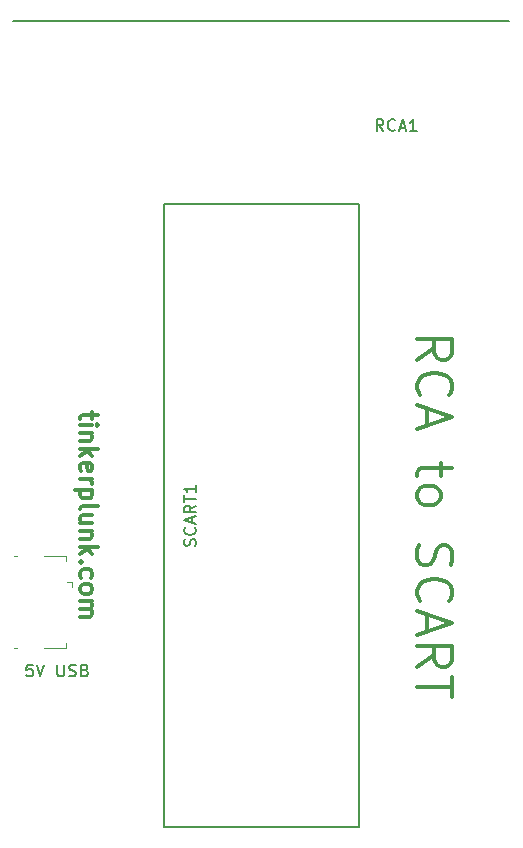
<source format=gto>
G04 #@! TF.FileFunction,Legend,Top*
%FSLAX46Y46*%
G04 Gerber Fmt 4.6, Leading zero omitted, Abs format (unit mm)*
G04 Created by KiCad (PCBNEW 4.0.7) date 06/10/18 21:23:00*
%MOMM*%
%LPD*%
G01*
G04 APERTURE LIST*
%ADD10C,0.100000*%
%ADD11C,0.300000*%
%ADD12C,0.150000*%
%ADD13C,0.120000*%
G04 APERTURE END LIST*
D10*
D11*
X136179679Y-99581000D02*
X136179679Y-100152429D01*
X136679679Y-99795286D02*
X135393964Y-99795286D01*
X135251107Y-99866714D01*
X135179679Y-100009572D01*
X135179679Y-100152429D01*
X135179679Y-100652429D02*
X136179679Y-100652429D01*
X136679679Y-100652429D02*
X136608250Y-100581000D01*
X136536821Y-100652429D01*
X136608250Y-100723857D01*
X136679679Y-100652429D01*
X136536821Y-100652429D01*
X136179679Y-101366715D02*
X135179679Y-101366715D01*
X136036821Y-101366715D02*
X136108250Y-101438143D01*
X136179679Y-101581001D01*
X136179679Y-101795286D01*
X136108250Y-101938143D01*
X135965393Y-102009572D01*
X135179679Y-102009572D01*
X135179679Y-102723858D02*
X136679679Y-102723858D01*
X135751107Y-102866715D02*
X135179679Y-103295286D01*
X136179679Y-103295286D02*
X135608250Y-102723858D01*
X135251107Y-104509572D02*
X135179679Y-104366715D01*
X135179679Y-104081001D01*
X135251107Y-103938144D01*
X135393964Y-103866715D01*
X135965393Y-103866715D01*
X136108250Y-103938144D01*
X136179679Y-104081001D01*
X136179679Y-104366715D01*
X136108250Y-104509572D01*
X135965393Y-104581001D01*
X135822536Y-104581001D01*
X135679679Y-103866715D01*
X135179679Y-105223858D02*
X136179679Y-105223858D01*
X135893964Y-105223858D02*
X136036821Y-105295286D01*
X136108250Y-105366715D01*
X136179679Y-105509572D01*
X136179679Y-105652429D01*
X136179679Y-106152429D02*
X134679679Y-106152429D01*
X136108250Y-106152429D02*
X136179679Y-106295286D01*
X136179679Y-106581000D01*
X136108250Y-106723857D01*
X136036821Y-106795286D01*
X135893964Y-106866715D01*
X135465393Y-106866715D01*
X135322536Y-106795286D01*
X135251107Y-106723857D01*
X135179679Y-106581000D01*
X135179679Y-106295286D01*
X135251107Y-106152429D01*
X135179679Y-107723858D02*
X135251107Y-107581000D01*
X135393964Y-107509572D01*
X136679679Y-107509572D01*
X136179679Y-108938143D02*
X135179679Y-108938143D01*
X136179679Y-108295286D02*
X135393964Y-108295286D01*
X135251107Y-108366714D01*
X135179679Y-108509572D01*
X135179679Y-108723857D01*
X135251107Y-108866714D01*
X135322536Y-108938143D01*
X136179679Y-109652429D02*
X135179679Y-109652429D01*
X136036821Y-109652429D02*
X136108250Y-109723857D01*
X136179679Y-109866715D01*
X136179679Y-110081000D01*
X136108250Y-110223857D01*
X135965393Y-110295286D01*
X135179679Y-110295286D01*
X135179679Y-111009572D02*
X136679679Y-111009572D01*
X135751107Y-111152429D02*
X135179679Y-111581000D01*
X136179679Y-111581000D02*
X135608250Y-111009572D01*
X135322536Y-112223858D02*
X135251107Y-112295286D01*
X135179679Y-112223858D01*
X135251107Y-112152429D01*
X135322536Y-112223858D01*
X135179679Y-112223858D01*
X135251107Y-113581001D02*
X135179679Y-113438144D01*
X135179679Y-113152430D01*
X135251107Y-113009572D01*
X135322536Y-112938144D01*
X135465393Y-112866715D01*
X135893964Y-112866715D01*
X136036821Y-112938144D01*
X136108250Y-113009572D01*
X136179679Y-113152430D01*
X136179679Y-113438144D01*
X136108250Y-113581001D01*
X135179679Y-114438144D02*
X135251107Y-114295286D01*
X135322536Y-114223858D01*
X135465393Y-114152429D01*
X135893964Y-114152429D01*
X136036821Y-114223858D01*
X136108250Y-114295286D01*
X136179679Y-114438144D01*
X136179679Y-114652429D01*
X136108250Y-114795286D01*
X136036821Y-114866715D01*
X135893964Y-114938144D01*
X135465393Y-114938144D01*
X135322536Y-114866715D01*
X135251107Y-114795286D01*
X135179679Y-114652429D01*
X135179679Y-114438144D01*
X135179679Y-115581001D02*
X136179679Y-115581001D01*
X136036821Y-115581001D02*
X136108250Y-115652429D01*
X136179679Y-115795287D01*
X136179679Y-116009572D01*
X136108250Y-116152429D01*
X135965393Y-116223858D01*
X135179679Y-116223858D01*
X135965393Y-116223858D02*
X136108250Y-116295287D01*
X136179679Y-116438144D01*
X136179679Y-116652429D01*
X136108250Y-116795287D01*
X135965393Y-116866715D01*
X135179679Y-116866715D01*
X163674607Y-95116714D02*
X165103179Y-94116714D01*
X163674607Y-93402429D02*
X166674607Y-93402429D01*
X166674607Y-94545286D01*
X166531750Y-94831000D01*
X166388893Y-94973857D01*
X166103179Y-95116714D01*
X165674607Y-95116714D01*
X165388893Y-94973857D01*
X165246036Y-94831000D01*
X165103179Y-94545286D01*
X165103179Y-93402429D01*
X163960321Y-98116714D02*
X163817464Y-97973857D01*
X163674607Y-97545286D01*
X163674607Y-97259572D01*
X163817464Y-96831000D01*
X164103179Y-96545286D01*
X164388893Y-96402429D01*
X164960321Y-96259572D01*
X165388893Y-96259572D01*
X165960321Y-96402429D01*
X166246036Y-96545286D01*
X166531750Y-96831000D01*
X166674607Y-97259572D01*
X166674607Y-97545286D01*
X166531750Y-97973857D01*
X166388893Y-98116714D01*
X164531750Y-99259572D02*
X164531750Y-100688143D01*
X163674607Y-98973857D02*
X166674607Y-99973857D01*
X163674607Y-100973857D01*
X165674607Y-103831000D02*
X165674607Y-104973857D01*
X166674607Y-104259572D02*
X164103179Y-104259572D01*
X163817464Y-104402429D01*
X163674607Y-104688143D01*
X163674607Y-104973857D01*
X163674607Y-106402429D02*
X163817464Y-106116715D01*
X163960321Y-105973858D01*
X164246036Y-105831001D01*
X165103179Y-105831001D01*
X165388893Y-105973858D01*
X165531750Y-106116715D01*
X165674607Y-106402429D01*
X165674607Y-106831001D01*
X165531750Y-107116715D01*
X165388893Y-107259572D01*
X165103179Y-107402429D01*
X164246036Y-107402429D01*
X163960321Y-107259572D01*
X163817464Y-107116715D01*
X163674607Y-106831001D01*
X163674607Y-106402429D01*
X163817464Y-110831001D02*
X163674607Y-111259572D01*
X163674607Y-111973858D01*
X163817464Y-112259572D01*
X163960321Y-112402429D01*
X164246036Y-112545286D01*
X164531750Y-112545286D01*
X164817464Y-112402429D01*
X164960321Y-112259572D01*
X165103179Y-111973858D01*
X165246036Y-111402429D01*
X165388893Y-111116715D01*
X165531750Y-110973858D01*
X165817464Y-110831001D01*
X166103179Y-110831001D01*
X166388893Y-110973858D01*
X166531750Y-111116715D01*
X166674607Y-111402429D01*
X166674607Y-112116715D01*
X166531750Y-112545286D01*
X163960321Y-115545286D02*
X163817464Y-115402429D01*
X163674607Y-114973858D01*
X163674607Y-114688144D01*
X163817464Y-114259572D01*
X164103179Y-113973858D01*
X164388893Y-113831001D01*
X164960321Y-113688144D01*
X165388893Y-113688144D01*
X165960321Y-113831001D01*
X166246036Y-113973858D01*
X166531750Y-114259572D01*
X166674607Y-114688144D01*
X166674607Y-114973858D01*
X166531750Y-115402429D01*
X166388893Y-115545286D01*
X164531750Y-116688144D02*
X164531750Y-118116715D01*
X163674607Y-116402429D02*
X166674607Y-117402429D01*
X163674607Y-118402429D01*
X163674607Y-121116715D02*
X165103179Y-120116715D01*
X163674607Y-119402430D02*
X166674607Y-119402430D01*
X166674607Y-120545287D01*
X166531750Y-120831001D01*
X166388893Y-120973858D01*
X166103179Y-121116715D01*
X165674607Y-121116715D01*
X165388893Y-120973858D01*
X165246036Y-120831001D01*
X165103179Y-120545287D01*
X165103179Y-119402430D01*
X166674607Y-121973858D02*
X166674607Y-123688144D01*
X163674607Y-122831001D02*
X166674607Y-122831001D01*
D12*
X171495000Y-66421000D02*
X129495000Y-66421000D01*
X142245000Y-134681000D02*
X142245000Y-81981000D01*
X142245000Y-81981000D02*
X158745000Y-81981000D01*
X158745000Y-81981000D02*
X158745000Y-134681000D01*
X158745000Y-134681000D02*
X142245000Y-134681000D01*
D13*
X133937520Y-111720800D02*
X133937520Y-112170800D01*
X132087520Y-111720800D02*
X133937520Y-111720800D01*
X129537520Y-119520800D02*
X129787520Y-119520800D01*
X129537520Y-111720800D02*
X129787520Y-111720800D01*
X132087520Y-119520800D02*
X133937520Y-119520800D01*
X133937520Y-119520800D02*
X133937520Y-119070800D01*
X134487520Y-113920800D02*
X134487520Y-114370800D01*
X134487520Y-113920800D02*
X134037520Y-113920800D01*
D12*
X160829762Y-75763381D02*
X160496428Y-75287190D01*
X160258333Y-75763381D02*
X160258333Y-74763381D01*
X160639286Y-74763381D01*
X160734524Y-74811000D01*
X160782143Y-74858619D01*
X160829762Y-74953857D01*
X160829762Y-75096714D01*
X160782143Y-75191952D01*
X160734524Y-75239571D01*
X160639286Y-75287190D01*
X160258333Y-75287190D01*
X161829762Y-75668143D02*
X161782143Y-75715762D01*
X161639286Y-75763381D01*
X161544048Y-75763381D01*
X161401190Y-75715762D01*
X161305952Y-75620524D01*
X161258333Y-75525286D01*
X161210714Y-75334810D01*
X161210714Y-75191952D01*
X161258333Y-75001476D01*
X161305952Y-74906238D01*
X161401190Y-74811000D01*
X161544048Y-74763381D01*
X161639286Y-74763381D01*
X161782143Y-74811000D01*
X161829762Y-74858619D01*
X162210714Y-75477667D02*
X162686905Y-75477667D01*
X162115476Y-75763381D02*
X162448809Y-74763381D01*
X162782143Y-75763381D01*
X163639286Y-75763381D02*
X163067857Y-75763381D01*
X163353571Y-75763381D02*
X163353571Y-74763381D01*
X163258333Y-74906238D01*
X163163095Y-75001476D01*
X163067857Y-75049095D01*
X144899762Y-110902429D02*
X144947381Y-110759572D01*
X144947381Y-110521476D01*
X144899762Y-110426238D01*
X144852143Y-110378619D01*
X144756905Y-110331000D01*
X144661667Y-110331000D01*
X144566429Y-110378619D01*
X144518810Y-110426238D01*
X144471190Y-110521476D01*
X144423571Y-110711953D01*
X144375952Y-110807191D01*
X144328333Y-110854810D01*
X144233095Y-110902429D01*
X144137857Y-110902429D01*
X144042619Y-110854810D01*
X143995000Y-110807191D01*
X143947381Y-110711953D01*
X143947381Y-110473857D01*
X143995000Y-110331000D01*
X144852143Y-109331000D02*
X144899762Y-109378619D01*
X144947381Y-109521476D01*
X144947381Y-109616714D01*
X144899762Y-109759572D01*
X144804524Y-109854810D01*
X144709286Y-109902429D01*
X144518810Y-109950048D01*
X144375952Y-109950048D01*
X144185476Y-109902429D01*
X144090238Y-109854810D01*
X143995000Y-109759572D01*
X143947381Y-109616714D01*
X143947381Y-109521476D01*
X143995000Y-109378619D01*
X144042619Y-109331000D01*
X144661667Y-108950048D02*
X144661667Y-108473857D01*
X144947381Y-109045286D02*
X143947381Y-108711953D01*
X144947381Y-108378619D01*
X144947381Y-107473857D02*
X144471190Y-107807191D01*
X144947381Y-108045286D02*
X143947381Y-108045286D01*
X143947381Y-107664333D01*
X143995000Y-107569095D01*
X144042619Y-107521476D01*
X144137857Y-107473857D01*
X144280714Y-107473857D01*
X144375952Y-107521476D01*
X144423571Y-107569095D01*
X144471190Y-107664333D01*
X144471190Y-108045286D01*
X143947381Y-107188143D02*
X143947381Y-106616714D01*
X144947381Y-106902429D02*
X143947381Y-106902429D01*
X144947381Y-105759571D02*
X144947381Y-106331000D01*
X144947381Y-106045286D02*
X143947381Y-106045286D01*
X144090238Y-106140524D01*
X144185476Y-106235762D01*
X144233095Y-106331000D01*
X131126172Y-120945661D02*
X130649981Y-120945661D01*
X130602362Y-121421851D01*
X130649981Y-121374232D01*
X130745219Y-121326613D01*
X130983315Y-121326613D01*
X131078553Y-121374232D01*
X131126172Y-121421851D01*
X131173791Y-121517090D01*
X131173791Y-121755185D01*
X131126172Y-121850423D01*
X131078553Y-121898042D01*
X130983315Y-121945661D01*
X130745219Y-121945661D01*
X130649981Y-121898042D01*
X130602362Y-121850423D01*
X131459505Y-120945661D02*
X131792838Y-121945661D01*
X132126172Y-120945661D01*
X133221410Y-120945661D02*
X133221410Y-121755185D01*
X133269029Y-121850423D01*
X133316648Y-121898042D01*
X133411886Y-121945661D01*
X133602363Y-121945661D01*
X133697601Y-121898042D01*
X133745220Y-121850423D01*
X133792839Y-121755185D01*
X133792839Y-120945661D01*
X134221410Y-121898042D02*
X134364267Y-121945661D01*
X134602363Y-121945661D01*
X134697601Y-121898042D01*
X134745220Y-121850423D01*
X134792839Y-121755185D01*
X134792839Y-121659947D01*
X134745220Y-121564709D01*
X134697601Y-121517090D01*
X134602363Y-121469470D01*
X134411886Y-121421851D01*
X134316648Y-121374232D01*
X134269029Y-121326613D01*
X134221410Y-121231375D01*
X134221410Y-121136137D01*
X134269029Y-121040899D01*
X134316648Y-120993280D01*
X134411886Y-120945661D01*
X134649982Y-120945661D01*
X134792839Y-120993280D01*
X135554744Y-121421851D02*
X135697601Y-121469470D01*
X135745220Y-121517090D01*
X135792839Y-121612328D01*
X135792839Y-121755185D01*
X135745220Y-121850423D01*
X135697601Y-121898042D01*
X135602363Y-121945661D01*
X135221410Y-121945661D01*
X135221410Y-120945661D01*
X135554744Y-120945661D01*
X135649982Y-120993280D01*
X135697601Y-121040899D01*
X135745220Y-121136137D01*
X135745220Y-121231375D01*
X135697601Y-121326613D01*
X135649982Y-121374232D01*
X135554744Y-121421851D01*
X135221410Y-121421851D01*
M02*

</source>
